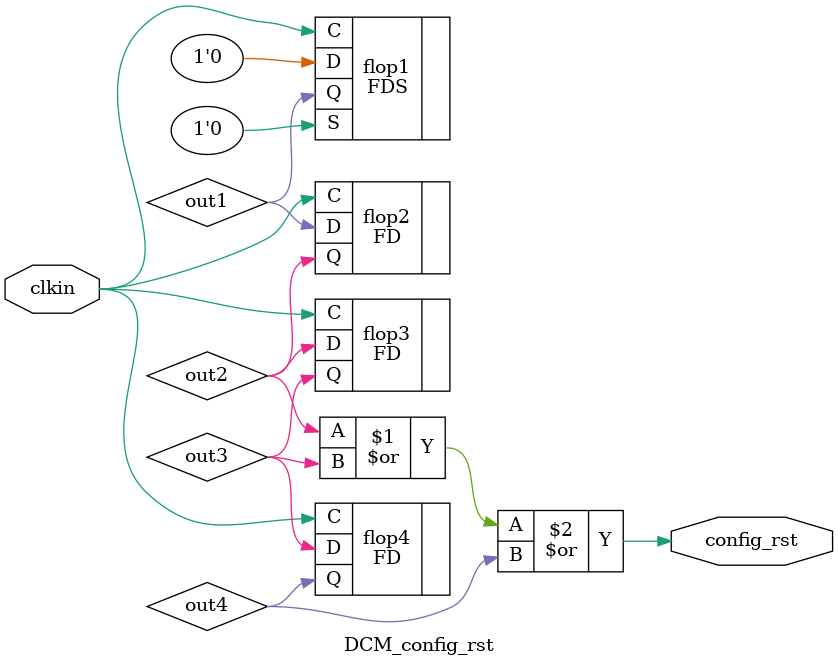
<source format=v>
`timescale 1ns / 1ps
module DCM_config_rst(
	 input clkin,
    output config_rst
    );

FDS flop1 (.D(1'b0),.C(clkin),.Q(out1),.S(1'b0));
FD flop2 (.D(out1),.C(clkin),.Q(out2));
FD flop3 (.D(out2),.C(clkin),.Q(out3));
FD flop4 (.D(out3),.C(clkin),.Q(out4));

assign config_rst = (out2 | out3 | out4);

endmodule

</source>
